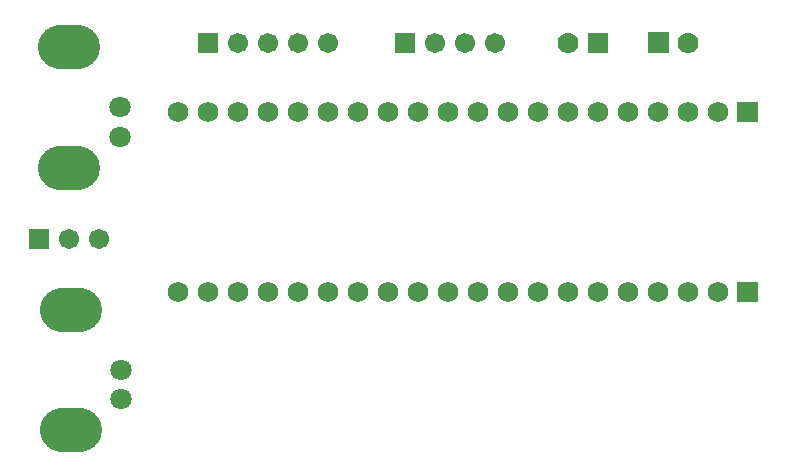
<source format=gts>
G04 Layer: TopSolderMaskLayer*
G04 EasyEDA v6.4.7, 2020-11-20T18:15:40+05:30*
G04 2bd19a94ae5149c988909f382a05baad,5a8210e43a1b4091af5044d7901ac753,10*
G04 Gerber Generator version 0.2*
G04 Scale: 100 percent, Rotated: No, Reflected: No *
G04 Dimensions in millimeters *
G04 leading zeros omitted , absolute positions ,3 integer and 3 decimal *
%FSLAX33Y33*%
%MOMM*%
G90*
D02*

%ADD39C,3.703320*%
%ADD40R,1.778000X1.778000*%
%ADD41C,1.778000*%
%ADD42C,1.727200*%
%ADD44C,1.703324*%
%ADD46C,1.701800*%
%ADD48C,1.803400*%

%LPD*%
G54D39*
G01X7277Y2774D02*
G01X8778Y2774D01*
G01X7277Y12973D02*
G01X8778Y12973D01*
G01X7150Y24999D02*
G01X8651Y24999D01*
G01X7150Y35198D02*
G01X8651Y35198D01*
G36*
G01X56896Y34671D02*
G01X56896Y36449D01*
G01X58674Y36449D01*
G01X58674Y34671D01*
G01X56896Y34671D01*
G37*
G54D41*
G01X60325Y35560D03*
G54D42*
G01X62808Y14456D03*
G01X60268Y14456D03*
G01X57728Y14456D03*
G01X55188Y14456D03*
G01X52648Y14456D03*
G01X50108Y14456D03*
G01X47568Y14456D03*
G01X45028Y14456D03*
G01X42488Y14456D03*
G01X39948Y14456D03*
G01X37408Y14456D03*
G01X34868Y14456D03*
G01X32328Y14456D03*
G01X29788Y14456D03*
G01X27248Y14456D03*
G01X24708Y14456D03*
G01X22168Y14456D03*
G01X19628Y14456D03*
G01X17088Y14456D03*
G36*
G01X64485Y28834D02*
G01X64485Y30561D01*
G01X66212Y30561D01*
G01X66212Y28834D01*
G01X64485Y28834D01*
G37*
G01X62808Y29696D03*
G01X60268Y29696D03*
G01X57728Y29696D03*
G01X55188Y29696D03*
G01X52648Y29696D03*
G01X50108Y29696D03*
G01X47568Y29696D03*
G01X45028Y29696D03*
G01X42488Y29696D03*
G01X39948Y29696D03*
G01X37408Y29696D03*
G01X34868Y29696D03*
G01X32328Y29696D03*
G01X29788Y29696D03*
G01X27248Y29696D03*
G01X24708Y29696D03*
G01X22168Y29696D03*
G01X19628Y29696D03*
G01X17088Y29696D03*
G36*
G01X64485Y13594D02*
G01X64485Y15321D01*
G01X66212Y15321D01*
G01X66212Y13594D01*
G01X64485Y13594D01*
G37*
G54D44*
G01X10414Y18923D03*
G01X7874Y18923D03*
G36*
G01X4483Y18072D02*
G01X4483Y19773D01*
G01X6184Y19773D01*
G01X6184Y18072D01*
G01X4483Y18072D01*
G37*
G54D40*
G01X52705Y35560D03*
G54D41*
G01X50165Y35560D03*
G54D46*
G01X43942Y35560D03*
G01X41402Y35560D03*
G01X38862Y35560D03*
G36*
G01X35471Y34709D02*
G01X35471Y36410D01*
G01X37172Y36410D01*
G01X37172Y34709D01*
G01X35471Y34709D01*
G37*
G54D48*
G01X12292Y7872D03*
G01X12292Y5373D03*
G01X12165Y30097D03*
G01X12165Y27598D03*
G54D46*
G01X29845Y35560D03*
G01X27305Y35560D03*
G01X24765Y35560D03*
G01X22225Y35560D03*
G36*
G01X18834Y34709D02*
G01X18834Y36410D01*
G01X20535Y36410D01*
G01X20535Y34709D01*
G01X18834Y34709D01*
G37*
M00*
M02*

</source>
